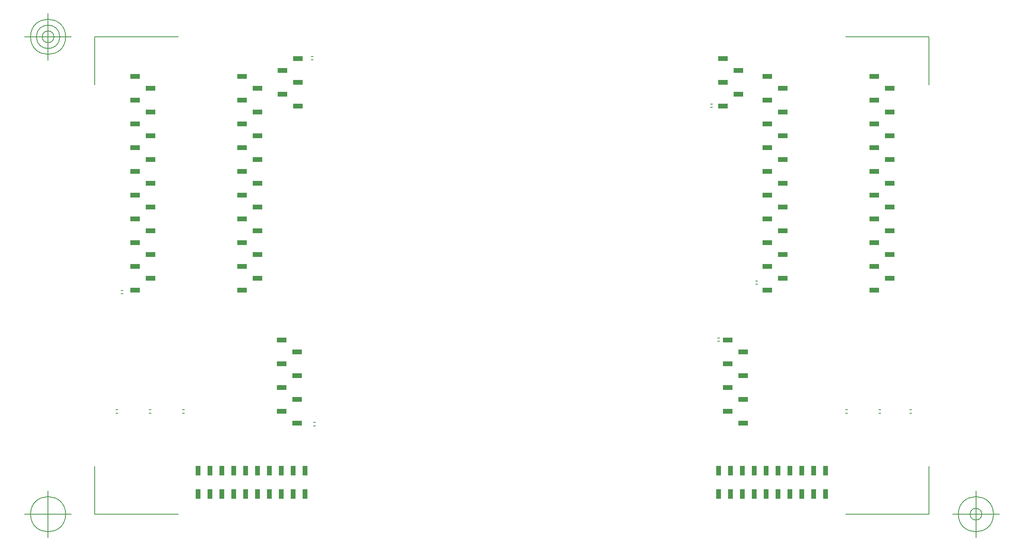
<source format=gbr>
G04 Generated by Ultiboard 14.2 *
%FSLAX24Y24*%
%MOIN*%

%ADD10C,0.0001*%
%ADD11C,0.0050*%
%ADD12R,0.0787X0.0394*%
%ADD13R,0.0197X0.0098*%
%ADD14R,0.0394X0.0787*%


G04 ColorRGB 006666 for the following layer *
%LNPaste Mask Top*%
%LPD*%
G54D10*
G54D11*
X-100Y-100D02*
X-100Y3920D01*
X-100Y-100D02*
X6920Y-100D01*
X70100Y-100D02*
X63080Y-100D01*
X70100Y-100D02*
X70100Y3920D01*
X70100Y40100D02*
X70100Y36080D01*
X70100Y40100D02*
X63080Y40100D01*
X-100Y40100D02*
X6920Y40100D01*
X-100Y40100D02*
X-100Y36080D01*
X-2069Y-100D02*
X-6006Y-100D01*
X-4037Y-2069D02*
X-4037Y1869D01*
X-5513Y-100D02*
G75*
D01*
G02X-5513Y-100I1476J0*
G01*
X72069Y-100D02*
X76006Y-100D01*
X74037Y-2069D02*
X74037Y1869D01*
X72561Y-100D02*
G75*
D01*
G02X72561Y-100I1476J0*
G01*
X73545Y-100D02*
G75*
D01*
G02X73545Y-100I492J0*
G01*
X-2069Y40100D02*
X-6006Y40100D01*
X-4037Y38131D02*
X-4037Y42069D01*
X-5513Y40100D02*
G75*
D01*
G02X-5513Y40100I1476J0*
G01*
X-5021Y40100D02*
G75*
D01*
G02X-5021Y40100I984J0*
G01*
X-4529Y40100D02*
G75*
D01*
G02X-4529Y40100I492J0*
G01*
G54D12*
X16993Y34279D03*
X15694Y35279D03*
X16993Y36279D03*
X15694Y37279D03*
X16993Y38279D03*
X52747Y34279D03*
X54046Y35279D03*
X52747Y36279D03*
X54046Y37279D03*
X52747Y38279D03*
X16906Y7579D03*
X15607Y8579D03*
X16906Y9579D03*
X15607Y10579D03*
X16906Y11579D03*
X15607Y12579D03*
X16906Y13579D03*
X15607Y14579D03*
X56492Y18779D03*
X57791Y19779D03*
X56492Y20779D03*
X57791Y21779D03*
X56492Y22779D03*
X57791Y23779D03*
X56492Y24779D03*
X57791Y25779D03*
X56492Y26779D03*
X57791Y27779D03*
X56492Y28779D03*
X57791Y29779D03*
X56492Y30779D03*
X57791Y31779D03*
X56492Y32779D03*
X57791Y33779D03*
X56492Y34779D03*
X57791Y35779D03*
X56492Y36779D03*
X65492Y18779D03*
X66791Y19779D03*
X65492Y20779D03*
X66791Y21779D03*
X65492Y22779D03*
X66791Y23779D03*
X65492Y24779D03*
X66791Y25779D03*
X65492Y26779D03*
X66791Y27779D03*
X65492Y28779D03*
X66791Y29779D03*
X65492Y30779D03*
X66791Y31779D03*
X65492Y32779D03*
X66791Y33779D03*
X65492Y34779D03*
X66791Y35779D03*
X65492Y36779D03*
X3292Y18779D03*
X4591Y19779D03*
X3292Y20779D03*
X4591Y21779D03*
X3292Y22779D03*
X4591Y23779D03*
X3292Y24779D03*
X4591Y25779D03*
X3292Y26779D03*
X4591Y27779D03*
X3292Y28779D03*
X4591Y29779D03*
X3292Y30779D03*
X4591Y31779D03*
X3292Y32779D03*
X4591Y33779D03*
X3292Y34779D03*
X4591Y35779D03*
X3292Y36779D03*
X12292Y18779D03*
X13591Y19779D03*
X12292Y20779D03*
X13591Y21779D03*
X12292Y22779D03*
X13591Y23779D03*
X12292Y24779D03*
X13591Y25779D03*
X12292Y26779D03*
X13591Y27779D03*
X12292Y28779D03*
X13591Y29779D03*
X12292Y30779D03*
X13591Y31779D03*
X12292Y32779D03*
X13591Y33779D03*
X12292Y34779D03*
X13591Y35779D03*
X12292Y36779D03*
X54450Y7579D03*
X54450Y9579D03*
X54450Y11579D03*
X54450Y13579D03*
X53150Y8579D03*
X53150Y10579D03*
X53150Y12579D03*
X53150Y14579D03*
G54D13*
X18200Y38152D03*
X18200Y38448D03*
X51798Y34152D03*
X51798Y34448D03*
X18400Y7332D03*
X18400Y7627D03*
X55600Y19252D03*
X55600Y19548D03*
X2198Y18452D03*
X2198Y18748D03*
X52400Y14452D03*
X52400Y14748D03*
X4540Y8392D03*
X4540Y8688D03*
X7340Y8392D03*
X7340Y8688D03*
X1740Y8392D03*
X1740Y8688D03*
X63140Y8392D03*
X63140Y8688D03*
X65940Y8392D03*
X65940Y8688D03*
X68540Y8392D03*
X68540Y8688D03*
G54D14*
X52400Y1600D03*
X53400Y1600D03*
X54400Y1600D03*
X55400Y1600D03*
X56400Y1600D03*
X57400Y1600D03*
X58400Y1600D03*
X59400Y1600D03*
X60400Y1600D03*
X61400Y1600D03*
X52400Y3584D03*
X53400Y3584D03*
X54400Y3584D03*
X55400Y3584D03*
X56400Y3584D03*
X57400Y3584D03*
X58400Y3584D03*
X59400Y3584D03*
X60400Y3584D03*
X61400Y3584D03*
X8600Y1600D03*
X9600Y1600D03*
X10600Y1600D03*
X11600Y1600D03*
X12600Y1600D03*
X13600Y1600D03*
X14600Y1600D03*
X15600Y1600D03*
X16600Y1600D03*
X17600Y1600D03*
X8600Y3584D03*
X9600Y3584D03*
X10600Y3584D03*
X11600Y3584D03*
X12600Y3584D03*
X13600Y3584D03*
X14600Y3584D03*
X15600Y3584D03*
X16600Y3584D03*
X17600Y3584D03*

M02*

</source>
